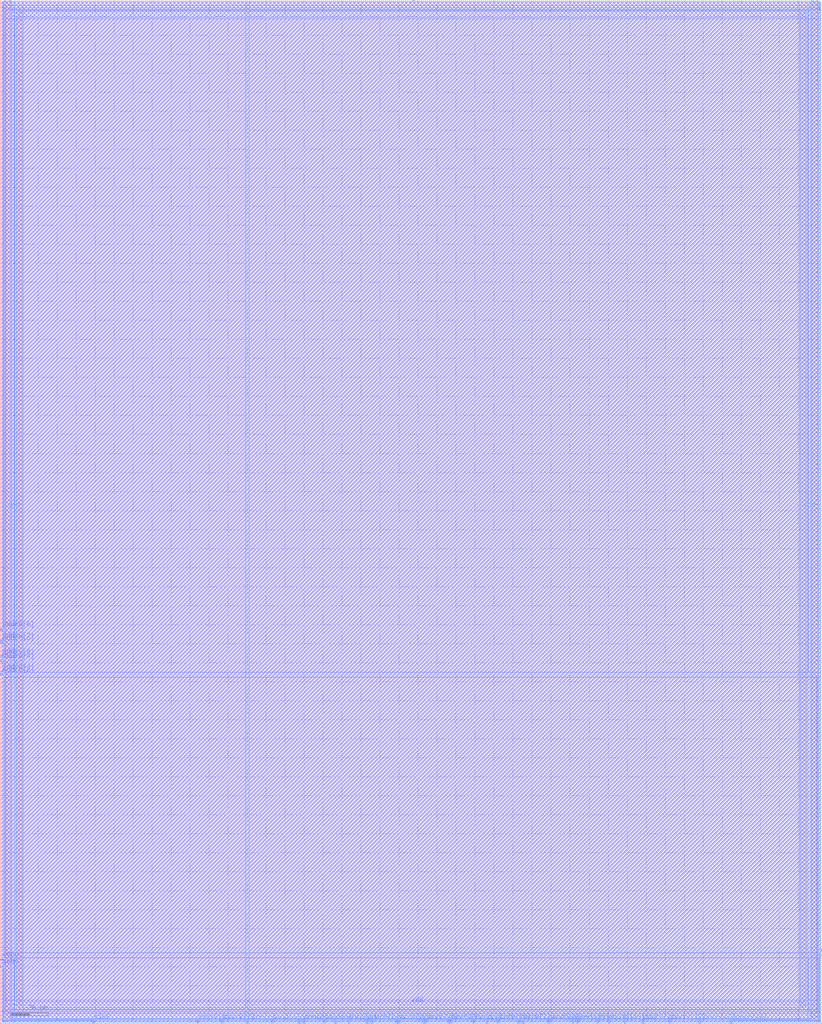
<source format=lef>
VERSION 5.4 ;
NAMESCASESENSITIVE ON ;
BUSBITCHARS "[]" ;
DIVIDERCHAR "/" ;
UNITS
  DATABASE MICRONS 2000 ;
END UNITS
MACRO conv1_rm_sram_16_336_sky130A
   CLASS BLOCK ;
   SIZE 432.71 BY 538.62 ;
   SYMMETRY X Y R90 ;
   PIN din0[0]
      DIRECTION INPUT ;
      PORT
         LAYER m4 ;
         RECT  129.71 0.0 130.45 1.93 ;
      END
   END din0[0]
   PIN din0[1]
      DIRECTION INPUT ;
      PORT
         LAYER m4 ;
         RECT  142.8 0.0 143.54 1.93 ;
      END
   END din0[1]
   PIN din0[2]
      DIRECTION INPUT ;
      PORT
         LAYER m4 ;
         RECT  157.08 0.0 157.82 1.93 ;
      END
   END din0[2]
   PIN din0[3]
      DIRECTION INPUT ;
      PORT
         LAYER m4 ;
         RECT  170.17 0.0 170.91 1.93 ;
      END
   END din0[3]
   PIN din0[4]
      DIRECTION INPUT ;
      PORT
         LAYER m4 ;
         RECT  183.26 0.0 184.0 1.93 ;
      END
   END din0[4]
   PIN din0[5]
      DIRECTION INPUT ;
      PORT
         LAYER m4 ;
         RECT  195.16 0.0 195.9 1.93 ;
      END
   END din0[5]
   PIN din0[6]
      DIRECTION INPUT ;
      PORT
         LAYER m4 ;
         RECT  209.44 0.0 210.18 1.93 ;
      END
   END din0[6]
   PIN din0[7]
      DIRECTION INPUT ;
      PORT
         LAYER m4 ;
         RECT  222.53 0.0 223.27 1.93 ;
      END
   END din0[7]
   PIN din0[8]
      DIRECTION INPUT ;
      PORT
         LAYER m4 ;
         RECT  235.62 0.0 236.36 1.93 ;
      END
   END din0[8]
   PIN din0[9]
      DIRECTION INPUT ;
      PORT
         LAYER m4 ;
         RECT  248.71 0.0 249.45 1.93 ;
      END
   END din0[9]
   PIN din0[10]
      DIRECTION INPUT ;
      PORT
         LAYER m4 ;
         RECT  261.8 0.0 262.54 1.93 ;
      END
   END din0[10]
   PIN din0[11]
      DIRECTION INPUT ;
      PORT
         LAYER m4 ;
         RECT  274.89 0.0 275.63 1.93 ;
      END
   END din0[11]
   PIN din0[12]
      DIRECTION INPUT ;
      PORT
         LAYER m4 ;
         RECT  287.98 0.0 288.72 1.93 ;
      END
   END din0[12]
   PIN din0[13]
      DIRECTION INPUT ;
      PORT
         LAYER m4 ;
         RECT  301.07 0.0 301.81 1.93 ;
      END
   END din0[13]
   PIN din0[14]
      DIRECTION INPUT ;
      PORT
         LAYER m4 ;
         RECT  314.16 0.0 314.9 1.93 ;
      END
   END din0[14]
   PIN din0[15]
      DIRECTION INPUT ;
      PORT
         LAYER m4 ;
         RECT  328.44 0.0 329.18 1.93 ;
      END
   END din0[15]
   PIN addr0[0]
      DIRECTION INPUT ;
      PORT
         LAYER m4 ;
         RECT  103.53 0.0 104.27 1.93 ;
      END
   END addr0[0]
   PIN addr0[1]
      DIRECTION INPUT ;
      PORT
         LAYER m4 ;
         RECT  116.62 0.0 117.36 1.93 ;
      END
   END addr0[1]
   PIN addr0[2]
      DIRECTION INPUT ;
      PORT
         LAYER m3 ;
         RECT  0.0 183.26 1.93 184.0 ;
      END
   END addr0[2]
   PIN addr0[3]
      DIRECTION INPUT ;
      PORT
         LAYER m3 ;
         RECT  0.0 184.45 1.93 185.19 ;
      END
   END addr0[3]
   PIN addr0[4]
      DIRECTION INPUT ;
      PORT
         LAYER m3 ;
         RECT  0.0 190.4 1.93 191.14 ;
      END
   END addr0[4]
   PIN addr0[5]
      DIRECTION INPUT ;
      PORT
         LAYER m3 ;
         RECT  0.0 192.78 1.93 193.52 ;
      END
   END addr0[5]
   PIN addr0[6]
      DIRECTION INPUT ;
      PORT
         LAYER m3 ;
         RECT  0.0 199.92 1.93 200.66 ;
      END
   END addr0[6]
   PIN addr0[7]
      DIRECTION INPUT ;
      PORT
         LAYER m3 ;
         RECT  0.0 201.11 1.93 201.85 ;
      END
   END addr0[7]
   PIN addr0[8]
      DIRECTION INPUT ;
      PORT
         LAYER m3 ;
         RECT  0.0 207.06 1.93 207.8 ;
      END
   END addr0[8]
   PIN csb0
      DIRECTION INPUT ;
      PORT
         LAYER m3 ;
         RECT  0.0 29.75 1.93 30.49 ;
      END
   END csb0
   PIN web0
      DIRECTION INPUT ;
      PORT
         LAYER m3 ;
         RECT  0.0 33.32 1.93 34.06 ;
      END
   END web0
   PIN clk0
      DIRECTION INPUT ;
      PORT
         LAYER m4 ;
         RECT  48.79 0.0 49.53 1.93 ;
      END
   END clk0
   PIN dout0[0]
      DIRECTION OUTPUT ;
      PORT
         LAYER m4 ;
         RECT  159.46 0.0 160.2 1.93 ;
      END
   END dout0[0]
   PIN dout0[1]
      DIRECTION OUTPUT ;
      PORT
         LAYER m4 ;
         RECT  176.12 0.0 176.86 1.93 ;
      END
   END dout0[1]
   PIN dout0[2]
      DIRECTION OUTPUT ;
      PORT
         LAYER m4 ;
         RECT  192.78 0.0 193.52 1.93 ;
      END
   END dout0[2]
   PIN dout0[3]
      DIRECTION OUTPUT ;
      PORT
         LAYER m4 ;
         RECT  208.25 0.0 208.99 1.93 ;
      END
   END dout0[3]
   PIN dout0[4]
      DIRECTION OUTPUT ;
      PORT
         LAYER m4 ;
         RECT  223.72 0.0 224.46 1.93 ;
      END
   END dout0[4]
   PIN dout0[5]
      DIRECTION OUTPUT ;
      PORT
         LAYER m4 ;
         RECT  236.81 0.0 237.55 1.93 ;
      END
   END dout0[5]
   PIN dout0[6]
      DIRECTION OUTPUT ;
      PORT
         LAYER m4 ;
         RECT  255.85 0.0 256.59 1.93 ;
      END
   END dout0[6]
   PIN dout0[7]
      DIRECTION OUTPUT ;
      PORT
         LAYER m4 ;
         RECT  272.51 0.0 273.25 1.93 ;
      END
   END dout0[7]
   PIN dout0[8]
      DIRECTION OUTPUT ;
      PORT
         LAYER m4 ;
         RECT  289.17 0.0 289.91 1.93 ;
      END
   END dout0[8]
   PIN dout0[9]
      DIRECTION OUTPUT ;
      PORT
         LAYER m4 ;
         RECT  303.45 0.0 304.19 1.93 ;
      END
   END dout0[9]
   PIN dout0[10]
      DIRECTION OUTPUT ;
      PORT
         LAYER m4 ;
         RECT  320.11 0.0 320.85 1.93 ;
      END
   END dout0[10]
   PIN dout0[11]
      DIRECTION OUTPUT ;
      PORT
         LAYER m4 ;
         RECT  337.96 0.0 338.7 1.93 ;
      END
   END dout0[11]
   PIN dout0[12]
      DIRECTION OUTPUT ;
      PORT
         LAYER m4 ;
         RECT  352.24 0.0 352.98 1.93 ;
      END
   END dout0[12]
   PIN dout0[13]
      DIRECTION OUTPUT ;
      PORT
         LAYER m4 ;
         RECT  367.71 0.0 368.45 1.93 ;
      END
   END dout0[13]
   PIN dout0[14]
      DIRECTION OUTPUT ;
      PORT
         LAYER m4 ;
         RECT  384.37 0.0 385.11 1.93 ;
      END
   END dout0[14]
   PIN dout0[15]
      DIRECTION OUTPUT ;
      PORT
         LAYER m3 ;
         RECT  430.78 35.7 432.71 36.44 ;
      END
   END dout0[15]
   PIN vdd
      DIRECTION INOUT ;
      USE POWER ; 
      SHAPE ABUTMENT ; 
      PORT
         LAYER m4 ;
         RECT  8.33 8.33 11.45 532.67 ;
         LAYER m3 ;
         RECT  8.33 529.55 424.38 532.67 ;
         LAYER m4 ;
         RECT  421.26 8.33 424.38 532.67 ;
         LAYER m3 ;
         RECT  8.33 8.33 424.38 11.45 ;
      END
   END vdd
   PIN gnd
      DIRECTION INOUT ;
      USE GROUND ; 
      SHAPE ABUTMENT ; 
      PORT
         LAYER m3 ;
         RECT  2.38 2.38 430.33 5.5 ;
         LAYER m4 ;
         RECT  427.21 2.38 430.33 538.62 ;
         LAYER m3 ;
         RECT  2.38 535.5 430.33 538.62 ;
         LAYER m4 ;
         RECT  2.38 2.38 5.5 538.62 ;
      END
   END gnd
   OBS
   LAYER  m1 ;
      RECT  0.91 0.91 431.8 537.71 ;
   LAYER  m2 ;
      RECT  0.91 0.91 431.8 537.71 ;
   LAYER  m3 ;
      RECT  2.83 182.36 431.8 184.9 ;
      RECT  0.91 186.09 2.83 189.5 ;
      RECT  0.91 194.42 2.83 199.02 ;
      RECT  0.91 202.75 2.83 206.16 ;
      RECT  0.91 31.39 2.83 32.42 ;
      RECT  0.91 34.96 2.83 182.36 ;
      RECT  2.83 34.8 429.88 37.34 ;
      RECT  2.83 37.34 429.88 182.36 ;
      RECT  429.88 37.34 431.8 182.36 ;
      RECT  2.83 184.9 7.43 528.65 ;
      RECT  2.83 528.65 7.43 533.57 ;
      RECT  7.43 184.9 425.28 528.65 ;
      RECT  425.28 184.9 431.8 528.65 ;
      RECT  425.28 528.65 431.8 533.57 ;
      RECT  2.83 7.43 7.43 12.35 ;
      RECT  2.83 12.35 7.43 34.8 ;
      RECT  7.43 12.35 425.28 34.8 ;
      RECT  425.28 7.43 429.88 12.35 ;
      RECT  425.28 12.35 429.88 34.8 ;
      RECT  0.91 0.91 1.48 1.48 ;
      RECT  0.91 1.48 1.48 6.4 ;
      RECT  0.91 6.4 1.48 28.85 ;
      RECT  1.48 0.91 2.83 1.48 ;
      RECT  1.48 6.4 2.83 28.85 ;
      RECT  429.88 0.91 431.23 1.48 ;
      RECT  429.88 6.4 431.23 34.8 ;
      RECT  431.23 0.91 431.8 1.48 ;
      RECT  431.23 1.48 431.8 6.4 ;
      RECT  431.23 6.4 431.8 34.8 ;
      RECT  2.83 0.91 7.43 1.48 ;
      RECT  2.83 6.4 7.43 7.43 ;
      RECT  7.43 0.91 425.28 1.48 ;
      RECT  7.43 6.4 425.28 7.43 ;
      RECT  425.28 0.91 429.88 1.48 ;
      RECT  425.28 6.4 429.88 7.43 ;
      RECT  0.91 208.7 1.48 534.6 ;
      RECT  0.91 534.6 1.48 537.71 ;
      RECT  1.48 208.7 2.83 534.6 ;
      RECT  2.83 533.57 7.43 534.6 ;
      RECT  7.43 533.57 425.28 534.6 ;
      RECT  425.28 533.57 431.23 534.6 ;
      RECT  431.23 533.57 431.8 534.6 ;
      RECT  431.23 534.6 431.8 537.71 ;
   LAYER  m4 ;
      RECT  129.11 2.53 131.05 537.71 ;
      RECT  131.05 0.91 142.2 2.53 ;
      RECT  144.14 0.91 156.48 2.53 ;
      RECT  210.78 0.91 221.93 2.53 ;
      RECT  276.23 0.91 287.38 2.53 ;
      RECT  104.87 0.91 116.02 2.53 ;
      RECT  117.96 0.91 129.11 2.53 ;
      RECT  50.13 0.91 102.93 2.53 ;
      RECT  158.42 0.91 158.86 2.53 ;
      RECT  160.8 0.91 169.57 2.53 ;
      RECT  171.51 0.91 175.52 2.53 ;
      RECT  177.46 0.91 182.66 2.53 ;
      RECT  184.6 0.91 192.18 2.53 ;
      RECT  194.12 0.91 194.56 2.53 ;
      RECT  196.5 0.91 207.65 2.53 ;
      RECT  225.06 0.91 235.02 2.53 ;
      RECT  238.15 0.91 248.11 2.53 ;
      RECT  250.05 0.91 255.25 2.53 ;
      RECT  257.19 0.91 261.2 2.53 ;
      RECT  263.14 0.91 271.91 2.53 ;
      RECT  273.85 0.91 274.29 2.53 ;
      RECT  290.51 0.91 300.47 2.53 ;
      RECT  302.41 0.91 302.85 2.53 ;
      RECT  304.79 0.91 313.56 2.53 ;
      RECT  315.5 0.91 319.51 2.53 ;
      RECT  321.45 0.91 327.84 2.53 ;
      RECT  329.78 0.91 337.36 2.53 ;
      RECT  339.3 0.91 351.64 2.53 ;
      RECT  353.58 0.91 367.11 2.53 ;
      RECT  369.05 0.91 383.77 2.53 ;
      RECT  7.73 2.53 12.05 7.73 ;
      RECT  7.73 533.27 12.05 537.71 ;
      RECT  12.05 2.53 129.11 7.73 ;
      RECT  12.05 7.73 129.11 533.27 ;
      RECT  12.05 533.27 129.11 537.71 ;
      RECT  131.05 2.53 420.66 7.73 ;
      RECT  131.05 7.73 420.66 533.27 ;
      RECT  131.05 533.27 420.66 537.71 ;
      RECT  420.66 2.53 424.98 7.73 ;
      RECT  420.66 533.27 424.98 537.71 ;
      RECT  385.71 0.91 426.61 1.78 ;
      RECT  385.71 1.78 426.61 2.53 ;
      RECT  426.61 0.91 430.93 1.78 ;
      RECT  430.93 0.91 431.8 1.78 ;
      RECT  430.93 1.78 431.8 2.53 ;
      RECT  424.98 2.53 426.61 7.73 ;
      RECT  430.93 2.53 431.8 7.73 ;
      RECT  424.98 7.73 426.61 533.27 ;
      RECT  430.93 7.73 431.8 533.27 ;
      RECT  424.98 533.27 426.61 537.71 ;
      RECT  430.93 533.27 431.8 537.71 ;
      RECT  0.91 0.91 1.78 1.78 ;
      RECT  0.91 1.78 1.78 2.53 ;
      RECT  1.78 0.91 6.1 1.78 ;
      RECT  6.1 0.91 48.19 1.78 ;
      RECT  6.1 1.78 48.19 2.53 ;
      RECT  0.91 2.53 1.78 7.73 ;
      RECT  6.1 2.53 7.73 7.73 ;
      RECT  0.91 7.73 1.78 533.27 ;
      RECT  6.1 7.73 7.73 533.27 ;
      RECT  0.91 533.27 1.78 537.71 ;
      RECT  6.1 533.27 7.73 537.71 ;
   END
END    conv1_rm_sram_16_336_sky130A
END    LIBRARY

</source>
